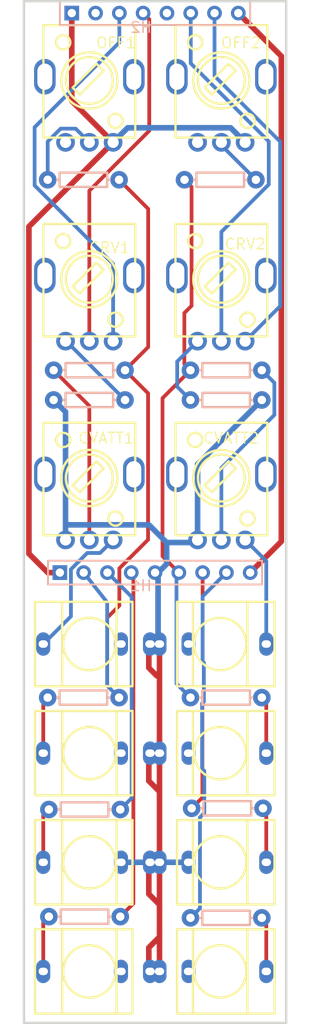
<source format=kicad_pcb>
(kicad_pcb (version 20171130) (host pcbnew "(5.1.5)-3") (page "A4") (layers (0 "F.Cu" signal) (31 "B.Cu" signal) (32 "B.Adhes" user) (33 "F.Adhes" user) (34 "B.Paste" user) (35 "F.Paste" user) (36 "B.SilkS" user) (37 "F.SilkS" user) (38 "B.Mask" user) (39 "F.Mask" user) (40 "Dwgs.User" user) (41 "Cmts.User" user) (42 "Eco1.User" user) (43 "Eco2.User" user) (44 "Edge.Cuts" user) (45 "Margin" user) (46 "B.CrtYd" user) (47 "F.CrtYd" user) (48 "B.Fab" user hide) (49 "F.Fab" user hide)) (net 0 "") (net 1 "+12V") (net 2 "-12V") (net 3 "CRV1_1") (net 4 "CRV1_4") (net 5 "CRV1_5") (net 6 "CRV2_4") (net 7 "CRV2_5") (net 8 "CVATT1_2") (net 9 "CVATT1_4") (net 10 "CVATT1_5") (net 11 "CVATT2_3") (net 12 "CVATT2_4") (net 13 "CVATT2_5") (net 14 "CVVCA1") (net 15 "CVVCA3") (net 16 "GND") (net 17 "INOA1") (net 18 "INOA3") (net 19 "IVCA1") (net 20 "IVCA2") (net 21 "IVCA3") (net 22 "IVCA4") (net 23 "J1_3") (net 24 "J2_3") (net 25 "J3_3") (net 26 "J5_3") (net 27 "J8_3") (net 28 "O1") (net 29 "O2") (net 30 "OFF1_2") (net 31 "OFF1_4") (net 32 "OFF1_5") (net 33 "OFF2_4") (net 34 "OFF2_5") (net 35 "OOA1") (net 36 "OOA3") (net 37 "R12_1") (net 38 "R13_1") (net 39 "R14_2") (net 40 "R17_2") (net 41 "R8_1") (segment (start 30.48 134.747) (end 23.622 141.605) (width 0.6) (layer "B.Cu") (net 16)) (segment (start 23.622 141.605) (end 23.622 149.677) (width 0.6) (layer "B.Cu") (net 16)) (segment (start 14.605 128.468) (end 14.605 120.241) (width 0.4) (layer "B.Cu") (net 35)) (segment (start 14.605 120.241) (end 6.224 111.86) (width 0.4) (layer "B.Cu") (net 35)) (segment (start 6.224 111.86) (end 6.224 105.652) (width 0.4) (layer "B.Cu") (net 35)) (segment (start 6.224 105.652) (end 15.27 96.607) (width 0.4) (layer "B.Cu") (net 35)) (segment (start 15.27 96.607) (end 15.27 93.472) (width 0.4) (layer "B.Cu") (net 35)) (segment (start 26.7 153.162) (end 24.155 155.707) (width 0.4) (layer "B.Cu") (net 29)) (segment (start 24.155 155.707) (end 24.155 162.637) (width 0.4) (layer "B.Cu") (net 29)) (segment (start 24.155 162.637) (end 24.29 162.772) (width 0.4) (layer "B.Cu") (net 29)) (segment (start 24.29 162.772) (end 24.29 166.922) (width 0.4) (layer "B.Cu") (net 29)) (segment (start 24.29 166.922) (end 24.105 167.107) (width 0.4) (layer "B.Cu") (net 29)) (segment (start 24.105 167.107) (end 24.105 174.101) (width 0.4) (layer "B.Cu") (net 29)) (segment (start 24.105 174.101) (end 24.34 174.336) (width 0.4) (layer "B.Cu") (net 29)) (segment (start 24.34 174.336) (end 24.34 178.81) (width 0.4) (layer "B.Cu") (net 29)) (segment (start 24.34 178.81) (end 23.877 179.273) (width 0.4) (layer "B.Cu") (net 29)) (segment (start 23.877 179.273) (end 23.877 188.974) (width 0.4) (layer "B.Cu") (net 29)) (segment (start 23.877 188.974) (end 22.86 189.992) (width 0.4) (layer "B.Cu") (net 29)) (segment (start 21.62 153.162) (end 21.369 153.413) (width 0.4) (layer "B.Cu") (net 18)) (segment (start 21.369 153.413) (end 21.369 165.006) (width 0.4) (layer "B.Cu") (net 18)) (segment (start 21.369 165.006) (end 22.86 166.497) (width 0.4) (layer "B.Cu") (net 18)) (segment (start 14 153.162) (end 16.578 155.74) (width 0.4) (layer "B.Cu") (net 20)) (segment (start 16.578 155.74) (end 16.578 177.224) (width 0.4) (layer "B.Cu") (net 20)) (segment (start 16.578 177.224) (end 15.367 178.435) (width 0.4) (layer "B.Cu") (net 20)) (segment (start 28.702 149.677) (end 30.955 151.93) (width 0.4) (layer "B.Cu") (net 11)) (segment (start 30.955 151.93) (end 30.955 160.782) (width 0.4) (layer "B.Cu") (net 11)) (segment (start 19.403 160.63) (end 19.555 160.782) (width 0.6) (layer "B.Cu") (net 16)) (segment (start 19.403 153.162) (end 19.403 160.63) (width 0.6) (layer "B.Cu") (net 16)) (segment (start 19.403 160.63) (end 18.697 160.63) (width 0.6) (layer "B.Cu") (net 16)) (segment (start 18.697 160.63) (end 18.545 160.782) (width 0.6) (layer "B.Cu") (net 16)) (segment (start 9.525 148.068) (end 9.525 149.677) (width 0.6) (layer "B.Cu") (net 16)) (segment (start 8.255 134.747) (end 9.525 136.017) (width 0.6) (layer "B.Cu") (net 16)) (segment (start 9.525 136.017) (end 9.525 148.068) (width 0.6) (layer "B.Cu") (net 16)) (segment (start 9.525 148.068) (end 18.435 148.068) (width 0.6) (layer "B.Cu") (net 16)) (segment (start 18.435 148.068) (end 20.321 149.954) (width 0.6) (layer "B.Cu") (net 16)) (segment (start 20.321 149.954) (end 23.345 149.954) (width 0.6) (layer "B.Cu") (net 16)) (segment (start 23.345 149.954) (end 23.622 149.677) (width 0.6) (layer "B.Cu") (net 16)) (segment (start 20.321 149.954) (end 20.321 152.244) (width 0.6) (layer "B.Cu") (net 16)) (segment (start 20.321 152.244) (end 19.403 153.162) (width 0.6) (layer "B.Cu") (net 16)) (segment (start 19.08 153.162) (end 19.403 153.162) (width 0.6) (layer "B.Cu") (net 16)) (segment (start 18.545 184.066) (end 15.445 184.066) (width 0.6) (layer "B.Cu") (net 16)) (segment (start 19.555 184.066) (end 18.545 184.066) (width 0.6) (layer "B.Cu") (net 16)) (segment (start 19.555 172.423) (end 18.545 172.423) (width 0.6) (layer "B.Cu") (net 16)) (segment (start 22.655 184.066) (end 19.555 184.066) (width 0.6) (layer "B.Cu") (net 16)) (segment (start 19.555 195.707) (end 18.545 195.707) (width 0.6) (layer "B.Cu") (net 16)) (segment (start 14.605 149.677) (end 13.215 151.068) (width 0.4) (layer "B.Cu") (net 24)) (segment (start 13.215 151.068) (end 11.841 151.068) (width 0.4) (layer "B.Cu") (net 24)) (segment (start 11.841 151.068) (end 10.098 152.811) (width 0.4) (layer "B.Cu") (net 24)) (segment (start 10.098 152.811) (end 10.098 157.829) (width 0.4) (layer "B.Cu") (net 24)) (segment (start 10.098 157.829) (end 7.145 160.782) (width 0.4) (layer "B.Cu") (net 24)) (segment (start 28.702 107.259) (end 27.15 105.707) (width 0.6) (layer "B.Cu") (net 1)) (segment (start 27.15 105.707) (end 16.157 105.707) (width 0.6) (layer "B.Cu") (net 1)) (segment (start 16.157 105.707) (end 14.605 107.259) (width 0.6) (layer "B.Cu") (net 1)) (segment (start 7.62 111.252) (end 7.62 107.179) (width 0.4) (layer "B.Cu") (net 30)) (segment (start 7.62 107.179) (end 8.999 105.8) (width 0.4) (layer "B.Cu") (net 30)) (segment (start 8.999 105.8) (end 10.606 105.8) (width 0.4) (layer "B.Cu") (net 30)) (segment (start 10.606 105.8) (end 12.065 107.259) (width 0.4) (layer "B.Cu") (net 30)) (segment (start 25.43 93.472) (end 25.43 100.178) (width 0.4) (layer "B.Cu") (net 36)) (segment (start 25.43 100.178) (end 32.434 107.182) (width 0.4) (layer "B.Cu") (net 36)) (segment (start 32.434 107.182) (end 32.434 124.736) (width 0.4) (layer "B.Cu") (net 36)) (segment (start 32.434 124.736) (end 28.702 128.468) (width 0.4) (layer "B.Cu") (net 36)) (segment (start 26.162 128.468) (end 26.162 116.813) (width 0.4) (layer "B.Cu") (net 15)) (segment (start 26.162 116.813) (end 31.221 111.754) (width 0.4) (layer "B.Cu") (net 15)) (segment (start 31.221 111.754) (end 31.221 107.166) (width 0.4) (layer "B.Cu") (net 15)) (segment (start 31.221 107.166) (end 22.89 98.835) (width 0.4) (layer "B.Cu") (net 15)) (segment (start 22.89 98.835) (end 22.89 93.472) (width 0.4) (layer "B.Cu") (net 15)) (segment (start 22.86 134.747) (end 21.446 133.333) (width 0.4) (layer "B.Cu") (net 39)) (segment (start 21.446 133.333) (end 21.446 130.644) (width 0.4) (layer "B.Cu") (net 39)) (segment (start 21.446 130.644) (end 23.622 128.468) (width 0.4) (layer "B.Cu") (net 39)) (segment (start 15.875 134.747) (end 9.596 128.468) (width 0.4) (layer "B.Cu") (net 3)) (segment (start 9.596 128.468) (end 9.525 128.468) (width 0.4) (layer "B.Cu") (net 3)) (segment (start 30.48 131.572) (end 31.819 132.911) (width 0.4) (layer "B.Cu") (net 37)) (segment (start 31.819 132.911) (end 31.819 136.341) (width 0.4) (layer "B.Cu") (net 37)) (segment (start 31.819 136.341) (end 26.162 141.998) (width 0.4) (layer "B.Cu") (net 37)) (segment (start 26.162 141.998) (end 26.162 149.677) (width 0.4) (layer "B.Cu") (net 37)) (segment (start 29.845 111.252) (end 26.162 107.569) (width 0.4) (layer "B.Cu") (net 38)) (segment (start 26.162 107.569) (end 26.162 107.259) (width 0.4) (layer "B.Cu") (net 38)) (segment (start 11.46 153.162) (end 13.97 156.337) (width 0.4) (layer "B.Cu") (net 17)) (segment (start 13.97 156.337) (end 13.97 165.227) (width 0.4) (layer "B.Cu") (net 17)) (segment (start 13.97 165.227) (end 15.24 166.497) (width 0.4) (layer "B.Cu") (net 17)) (gr_line (start 5.08 92.202) (end 33.08 92.202) (width 0.254) (layer "Edge.Cuts")) (gr_line (start 33.08 92.202) (end 33.08 201.202) (width 0.254) (layer "Edge.Cuts")) (gr_line (start 33.08 201.202) (end 5.08 201.202) (width 0.254) (layer "Edge.Cuts")) (gr_line (start 5.08 201.202) (end 5.08 92.202) (width 0.254) (layer "Edge.Cuts")) (segment (start 27.97 93.472) (end 32.564 98.066) (width 0.6) (layer "F.Cu") (net 2)) (segment (start 32.564 98.066) (end 32.564 149.838) (width 0.6) (layer "F.Cu") (net 2)) (segment (start 32.564 149.838) (end 29.24 153.162) (width 0.6) (layer "F.Cu") (net 2)) (segment (start 22.86 131.572) (end 19.877 134.555) (width 0.4) (layer "F.Cu") (net 18)) (segment (start 19.877 134.555) (end 19.877 151.419) (width 0.4) (layer "F.Cu") (net 18)) (segment (start 19.877 151.419) (end 21.62 153.162) (width 0.4) (layer "F.Cu") (net 18)) (segment (start 22.225 111.252) (end 22.979 112.006) (width 0.4) (layer "F.Cu") (net 18)) (segment (start 22.979 112.006) (end 22.979 124.697) (width 0.4) (layer "F.Cu") (net 18)) (segment (start 22.979 124.697) (end 22.21 125.466) (width 0.4) (layer "F.Cu") (net 18)) (segment (start 22.21 125.466) (end 22.21 130.922) (width 0.4) (layer "F.Cu") (net 18)) (segment (start 22.21 130.922) (end 22.86 131.572) (width 0.4) (layer "F.Cu") (net 18)) (segment (start 15.24 111.252) (end 18.347 114.359) (width 0.4) (layer "F.Cu") (net 17)) (segment (start 18.347 114.359) (end 18.347 129.1) (width 0.4) (layer "F.Cu") (net 17)) (segment (start 18.347 129.1) (end 15.875 131.572) (width 0.4) (layer "F.Cu") (net 17)) (segment (start 19.555 172.423) (end 19.555 160.782) (width 0.6) (layer "F.Cu") (net 16)) (segment (start 19.555 184.066) (end 19.555 172.423) (width 0.6) (layer "F.Cu") (net 16)) (segment (start 19.555 195.707) (end 19.555 184.066) (width 0.6) (layer "F.Cu") (net 16)) (segment (start 7.632 153.162) (end 5.613 151.143) (width 0.6) (layer "F.Cu") (net 1)) (segment (start 5.613 151.143) (end 5.613 116.251) (width 0.6) (layer "F.Cu") (net 1)) (segment (start 5.613 116.251) (end 14.605 107.259) (width 0.6) (layer "F.Cu") (net 1)) (segment (start 8.92 153.162) (end 7.632 153.162) (width 0.6) (layer "F.Cu") (net 1)) (segment (start 10.19 93.472) (end 10.19 102.844) (width 0.6) (layer "F.Cu") (net 1)) (segment (start 10.19 102.844) (end 14.605 107.259) (width 0.6) (layer "F.Cu") (net 1)) (segment (start 12.065 128.468) (end 12.065 112.421) (width 0.4) (layer "F.Cu") (net 14)) (segment (start 12.065 112.421) (end 18.462 106.024) (width 0.4) (layer "F.Cu") (net 14)) (segment (start 18.462 106.024) (end 18.462 94.124) (width 0.4) (layer "F.Cu") (net 14)) (segment (start 18.462 94.124) (end 17.81 93.472) (width 0.4) (layer "F.Cu") (net 14)) (segment (start 24.16 153.162) (end 24.16 162.642) (width 0.4) (layer "F.Cu") (net 22)) (segment (start 24.16 162.642) (end 24.29 162.772) (width 0.4) (layer "F.Cu") (net 22)) (segment (start 24.29 162.772) (end 24.29 166.922) (width 0.4) (layer "F.Cu") (net 22)) (segment (start 24.29 166.922) (end 24.135 167.076) (width 0.4) (layer "F.Cu") (net 22)) (segment (start 24.135 167.076) (end 24.135 177.16) (width 0.4) (layer "F.Cu") (net 22)) (segment (start 24.135 177.16) (end 22.987 178.308) (width 0.4) (layer "F.Cu") (net 22)) (segment (start 16.54 153.162) (end 16.768 153.39) (width 0.4) (layer "F.Cu") (net 28)) (segment (start 16.768 153.39) (end 16.768 188.465) (width 0.4) (layer "F.Cu") (net 28)) (segment (start 16.768 188.465) (end 15.367 189.865) (width 0.4) (layer "F.Cu") (net 28)) (segment (start 30.48 189.992) (end 30.955 190.467) (width 0.4) (layer "F.Cu") (net 27)) (segment (start 30.955 190.467) (end 30.955 195.707) (width 0.4) (layer "F.Cu") (net 27)) (segment (start 30.607 178.308) (end 30.955 178.656) (width 0.4) (layer "F.Cu") (net 40)) (segment (start 30.955 178.656) (end 30.955 184.066) (width 0.4) (layer "F.Cu") (net 40)) (segment (start 30.48 166.497) (end 30.955 166.972) (width 0.4) (layer "F.Cu") (net 26)) (segment (start 30.955 166.972) (end 30.955 172.423) (width 0.4) (layer "F.Cu") (net 26)) (segment (start 7.747 189.865) (end 7.145 190.467) (width 0.4) (layer "F.Cu") (net 41)) (segment (start 7.145 190.467) (end 7.145 195.707) (width 0.4) (layer "F.Cu") (net 41)) (segment (start 7.747 178.435) (end 7.145 179.037) (width 0.4) (layer "F.Cu") (net 25)) (segment (start 7.145 179.037) (end 7.145 184.066) (width 0.4) (layer "F.Cu") (net 25)) (segment (start 7.62 166.497) (end 7.145 166.972) (width 0.4) (layer "F.Cu") (net 23)) (segment (start 7.145 166.972) (end 7.145 172.423) (width 0.4) (layer "F.Cu") (net 23)) (segment (start 8.255 131.572) (end 12.065 135.382) (width 0.4) (layer "F.Cu") (net 8)) (segment (start 12.065 135.382) (end 12.065 149.677) (width 0.4) (layer "F.Cu") (net 8)) (segment (start 19.555 164.177) (end 19.27 164.177) (width 0.6) (layer "F.Cu") (net 16)) (segment (start 19.27 164.177) (end 18.415 163.322) (width 0.6) (layer "F.Cu") (net 16)) (segment (start 18.415 163.322) (end 18.415 160.912) (width 0.6) (layer "F.Cu") (net 16)) (segment (start 18.415 160.912) (end 18.545 160.782) (width 0.6) (layer "F.Cu") (net 16)) (segment (start 19.555 176.678) (end 19.555 176.527) (width 0.6) (layer "F.Cu") (net 16)) (segment (start 19.555 176.527) (end 18.415 175.387) (width 0.6) (layer "F.Cu") (net 16)) (segment (start 18.415 175.387) (end 18.415 172.553) (width 0.6) (layer "F.Cu") (net 16)) (segment (start 18.415 172.553) (end 18.545 172.423) (width 0.6) (layer "F.Cu") (net 16)) (segment (start 19.555 188.887) (end 19.555 188.592) (width 0.6) (layer "F.Cu") (net 16)) (segment (start 19.555 188.592) (end 18.415 187.452) (width 0.6) (layer "F.Cu") (net 16)) (segment (start 18.415 187.452) (end 18.415 184.196) (width 0.6) (layer "F.Cu") (net 16)) (segment (start 18.415 184.196) (end 18.545 184.066) (width 0.6) (layer "F.Cu") (net 16)) (segment (start 19.555 191.654) (end 19.555 192.027) (width 0.6) (layer "F.Cu") (net 16)) (segment (start 19.555 192.027) (end 18.415 193.167) (width 0.6) (layer "F.Cu") (net 16)) (segment (start 18.415 193.167) (end 18.415 195.577) (width 0.6) (layer "F.Cu") (net 16)) (segment (start 18.415 195.577) (end 18.545 195.707) (width 0.6) (layer "F.Cu") (net 16)) (segment (start 15.24 166.497) (end 13.97 165.227) (width 0.4) (layer "F.Cu") (net 17)) (segment (start 13.97 165.227) (end 13.97 157.98) (width 0.4) (layer "F.Cu") (net 17)) (segment (start 13.97 157.98) (end 15.27 156.68) (width 0.4) (layer "F.Cu") (net 17)) (segment (start 15.27 156.68) (end 15.27 152.712) (width 0.4) (layer "F.Cu") (net 17)) (segment (start 15.27 152.712) (end 18.336 149.647) (width 0.4) (layer "F.Cu") (net 17)) (segment (start 18.336 149.647) (end 18.336 134.033) (width 0.4) (layer "F.Cu") (net 17)) (segment (start 18.336 134.033) (end 15.875 131.572) (width 0.4) (layer "F.Cu") (net 17)) (module "easyeda:R09-5KΩ" (layer "F.Cu") (at 12.065 124.968) (fp_text value "10K" (at -3.81 1.524 0) (layer "F.Fab") (effects (font (size 1.143 1.143) (thickness 0.152)) (justify left))) (fp_text reference "CRV1" (at -0.127 -6.477 0) (layer "F.SilkS") (effects (font (size 1.143 1.143) (thickness 0.152)) (justify left))) (fp_line (start -4.9 -9) (end 4.9 -9) (width 0.254) (layer "F.SilkS")) (fp_line (start 4.9 -9) (end 4.9 3) (width 0.254) (layer "F.SilkS")) (fp_line (start -4.9 -9) (end -4.9 3) (width 0.254) (layer "F.SilkS")) (fp_line (start -4.9 3) (end 4.9 3) (width 0.254) (layer "F.SilkS")) (fp_line (start 0.762 -4.882) (end -1.778 -2.342) (width 0.254) (layer "F.SilkS")) (fp_line (start -1.778 -2.342) (end -1.016 -1.58) (width 0.254) (layer "F.SilkS")) (fp_line (start -1.016 -1.58) (end 1.524 -4.12) (width 0.254) (layer "F.SilkS")) (fp_line (start 1.524 -4.12) (end 0.762 -4.882) (width 0.254) (layer "F.SilkS")) (fp_circle (center -2.794 -7.168) (end -2.032 -7.168) (layer "F.SilkS") (width 0.254)) (fp_circle (center 2.794 1.214) (end 3.556 1.214) (layer "F.SilkS") (width 0.254)) (fp_circle (center 0 -3.104) (end 3 -3.104) (layer "F.SilkS") (width 0.254)) (fp_circle (center 0 -3.104) (end 2.5 -3.104) (layer "F.SilkS") (width 0.254)) (pad 1 thru_hole circle (at -2.54 3.5 0) (size 2 2) (layers "*.Cu" "*.Paste" "*.Mask") (drill 1.2) (net 3 "CRV1_1")) (pad 2 thru_hole circle (at 0 3.5 0) (size 2 2) (layers "*.Cu" "*.Paste" "*.Mask") (drill 1.2) (net 14 "CVVCA1")) (pad 3 thru_hole circle (at 2.54 3.5 0) (size 2 2) (layers "*.Cu" "*.Paste" "*.Mask") (drill 1.2) (net 35 "OOA1")) (pad 4 thru_hole oval (at 4.75 -3.5 0) (size 2.3 3.8) (layers "*.Cu" "*.Paste" "*.Mask") (drill oval 1.6 2.8) (net 4 "CRV1_4")) (pad 5 thru_hole oval (at -4.75 -3.5 0) (size 2.3 3.8) (layers "*.Cu" "*.Paste" "*.Mask") (drill oval 1.6 2.8) (net 5 "CRV1_5")) (fp_text user gge25c16143b77f5ead (at 0 0) (layer "Cmts.User") (effects (font (size 1 1) (thickness 0.15))))) (module "easyeda:R09-5KΩ" (layer "F.Cu") (at 26.162 124.968) (fp_text value "10K" (at -3.302 1.524 0) (layer "F.Fab") (effects (font (size 1.143 1.143) (thickness 0.152)) (justify left))) (fp_text reference "CRV2" (at 0.254 -6.858 0) (layer "F.SilkS") (effects (font (size 1.143 1.143) (thickness 0.152)) (justify left))) (fp_line (start -4.9 -9) (end 4.9 -9) (width 0.254) (layer "F.SilkS")) (fp_line (start 4.9 -9) (end 4.9 3) (width 0.254) (layer "F.SilkS")) (fp_line (start -4.9 -9) (end -4.9 3) (width 0.254) (layer "F.SilkS")) (fp_line (start -4.9 3) (end 4.9 3) (width 0.254) (layer "F.SilkS")) (fp_line (start 0.762 -4.882) (end -1.778 -2.342) (width 0.254) (layer "F.SilkS")) (fp_line (start -1.778 -2.342) (end -1.016 -1.58) (width 0.254) (layer "F.SilkS")) (fp_line (start -1.016 -1.58) (end 1.524 -4.12) (width 0.254) (layer "F.SilkS")) (fp_line (start 1.524 -4.12) (end 0.762 -4.882) (width 0.254) (layer "F.SilkS")) (fp_circle (center -2.794 -7.168) (end -2.032 -7.168) (layer "F.SilkS") (width 0.254)) (fp_circle (center 2.794 1.214) (end 3.556 1.214) (layer "F.SilkS") (width 0.254)) (fp_circle (center 0 -3.104) (end 3 -3.104) (layer "F.SilkS") (width 0.254)) (fp_circle (center 0 -3.104) (end 2.5 -3.104) (layer "F.SilkS") (width 0.254)) (pad 1 thru_hole circle (at -2.54 3.5 0) (size 2 2) (layers "*.Cu" "*.Paste" "*.Mask") (drill 1.2) (net 39 "R14_2")) (pad 2 thru_hole circle (at 0 3.5 0) (size 2 2) (layers "*.Cu" "*.Paste" "*.Mask") (drill 1.2) (net 15 "CVVCA3")) (pad 3 thru_hole circle (at 2.54 3.5 0) (size 2 2) (layers "*.Cu" "*.Paste" "*.Mask") (drill 1.2) (net 36 "OOA3")) (pad 4 thru_hole oval (at 4.75 -3.5 0) (size 2.3 3.8) (layers "*.Cu" "*.Paste" "*.Mask") (drill oval 1.6 2.8) (net 6 "CRV2_4")) (pad 5 thru_hole oval (at -4.75 -3.5 0) (size 2.3 3.8) (layers "*.Cu" "*.Paste" "*.Mask") (drill oval 1.6 2.8) (net 7 "CRV2_5")) (fp_text user gge1162edcb0c472107 (at 0 0) (layer "Cmts.User") (effects (font (size 1 1) (thickness 0.15))))) (module "easyeda:R09-5KΩ" (layer "F.Cu") (at 12.065 103.759) (fp_text value "50k" (at -3.81 1.778 0) (layer "F.Fab") (effects (font (size 1.143 1.143) (thickness 0.152)) (justify left))) (fp_text reference "OFF1" (at 0.635 -7.112 0) (layer "F.SilkS") (effects (font (size 1.143 1.143) (thickness 0.152)) (justify left))) (fp_line (start -4.9 -9) (end 4.9 -9) (width 0.254) (layer "F.SilkS")) (fp_line (start 4.9 -9) (end 4.9 3) (width 0.254) (layer "F.SilkS")) (fp_line (start -4.9 -9) (end -4.9 3) (width 0.254) (layer "F.SilkS")) (fp_line (start -4.9 3) (end 4.9 3) (width 0.254) (layer "F.SilkS")) (fp_line (start 0.762 -4.882) (end -1.778 -2.342) (width 0.254) (layer "F.SilkS")) (fp_line (start -1.778 -2.342) (end -1.016 -1.58) (width 0.254) (layer "F.SilkS")) (fp_line (start -1.016 -1.58) (end 1.524 -4.12) (width 0.254) (layer "F.SilkS")) (fp_line (start 1.524 -4.12) (end 0.762 -4.882) (width 0.254) (layer "F.SilkS")) (fp_circle (center -2.794 -7.168) (end -2.032 -7.168) (layer "F.SilkS") (width 0.254)) (fp_circle (center 2.794 1.214) (end 3.556 1.214) (layer "F.SilkS") (width 0.254)) (fp_circle (center 0 -3.104) (end 3 -3.104) (layer "F.SilkS") (width 0.254)) (fp_circle (center 0 -3.104) (end 2.5 -3.104) (layer "F.SilkS") (width 0.254)) (pad 1 thru_hole circle (at -2.54 3.5 0) (size 2 2) (layers "*.Cu" "*.Paste" "*.Mask") (drill 1.2)) (pad 2 thru_hole circle (at 0 3.5 0) (size 2 2) (layers "*.Cu" "*.Paste" "*.Mask") (drill 1.2) (net 30 "OFF1_2")) (pad 3 thru_hole circle (at 2.54 3.5 0) (size 2 2) (layers "*.Cu" "*.Paste" "*.Mask") (drill 1.2) (net 1 "+12V")) (pad 4 thru_hole oval (at 4.75 -3.5 0) (size 2.3 3.8) (layers "*.Cu" "*.Paste" "*.Mask") (drill oval 1.6 2.8) (net 31 "OFF1_4")) (pad 5 thru_hole oval (at -4.75 -3.5 0) (size 2.3 3.8) (layers "*.Cu" "*.Paste" "*.Mask") (drill oval 1.6 2.8) (net 32 "OFF1_5")) (fp_text user gge0fac2bffe87170d3 (at 0 0) (layer "Cmts.User") (effects (font (size 1 1) (thickness 0.15))))) (module "easyeda:R09-5KΩ" (layer "F.Cu") (at 26.162 103.759) (fp_text value "50k" (at -3.937 1.778 0) (layer "F.Fab") (effects (font (size 1.143 1.143) (thickness 0.152)) (justify left))) (fp_text reference "OFF2" (at -0.127 -7.112 0) (layer "F.SilkS") (effects (font (size 1.143 1.143) (thickness 0.152)) (justify left))) (fp_line (start -4.9 -9) (end 4.9 -9) (width 0.254) (layer "F.SilkS")) (fp_line (start 4.9 -9) (end 4.9 3) (width 0.254) (layer "F.SilkS")) (fp_line (start -4.9 -9) (end -4.9 3) (width 0.254) (layer "F.SilkS")) (fp_line (start -4.9 3) (end 4.9 3) (width 0.254) (layer "F.SilkS")) (fp_line (start 0.762 -4.882) (end -1.778 -2.342) (width 0.254) (layer "F.SilkS")) (fp_line (start -1.778 -2.342) (end -1.016 -1.58) (width 0.254) (layer "F.SilkS")) (fp_line (start -1.016 -1.58) (end 1.524 -4.12) (width 0.254) (layer "F.SilkS")) (fp_line (start 1.524 -4.12) (end 0.762 -4.882) (width 0.254) (layer "F.SilkS")) (fp_circle (center -2.794 -7.168) (end -2.032 -7.168) (layer "F.SilkS") (width 0.254)) (fp_circle (center 2.794 1.214) (end 3.556 1.214) (layer "F.SilkS") (width 0.254)) (fp_circle (center 0 -3.104) (end 3 -3.104) (layer "F.SilkS") (width 0.254)) (fp_circle (center 0 -3.104) (end 2.5 -3.104) (layer "F.SilkS") (width 0.254)) (pad 1 thru_hole circle (at -2.54 3.5 0) (size 2 2) (layers "*.Cu" "*.Paste" "*.Mask") (drill 1.2)) (pad 2 thru_hole circle (at 0 3.5 0) (size 2 2) (layers "*.Cu" "*.Paste" "*.Mask") (drill 1.2) (net 38 "R13_1")) (pad 3 thru_hole circle (at 2.54 3.5 0) (size 2 2) (layers "*.Cu" "*.Paste" "*.Mask") (drill 1.2) (net 1 "+12V")) (pad 4 thru_hole oval (at 4.75 -3.5 0) (size 2.3 3.8) (layers "*.Cu" "*.Paste" "*.Mask") (drill oval 1.6 2.8) (net 33 "OFF2_4")) (pad 5 thru_hole oval (at -4.75 -3.5 0) (size 2.3 3.8) (layers "*.Cu" "*.Paste" "*.Mask") (drill oval 1.6 2.8) (net 34 "OFF2_5")) (fp_text user gge94b80f7020ee5b87 (at 0 0) (layer "Cmts.User") (effects (font (size 1 1) (thickness 0.15))))) (module "easyeda:THONKICONN_1" (layer "F.Cu") (at 12.065 160.782 90) (fp_text value "CV1" (at 1.778 -3.683 90) (layer "F.Fab") (effects (font (size 0.9 0.9) (thickness 0.152)) (justify left))) (fp_text reference "J2" (at 0 -6.35 90) (layer "F.SilkS") hide (effects (font (size 1.143 1.143) (thickness 0.152)) (justify left))) (fp_arc (start 0 0) (end -2.794 0) (angle 180) (width 0.254) (layer "F.SilkS")) (fp_arc (start 0 0) (end 2.794 0) (angle 180) (width 0.254) (layer "F.SilkS")) (fp_line (start -4.5 -5.805) (end 4.5 -5.805) (width 0.254) (layer "F.SilkS")) (fp_line (start 4.5 -5.805) (end 4.5 2.905) (width 0.254) (layer "F.SilkS")) (fp_line (start 4.5 2.905) (end -4.5 2.905) (width 0.254) (layer "F.SilkS")) (fp_line (start -4.5 2.905) (end -4.5 -5.805) (width 0.254) (layer "F.SilkS")) (fp_line (start -4.5 -2.905) (end 4.5 -2.905) (width 0.254) (layer "F.SilkS")) (fp_line (start 4.5 -2.905) (end 4.5 4.605) (width 0.254) (layer "F.SilkS")) (fp_line (start 4.5 4.605) (end -4.5 4.605) (width 0.254) (layer "F.SilkS")) (fp_line (start -4.5 4.605) (end -4.5 -2.905) (width 0.254) (layer "F.SilkS")) (pad "" np_thru_hole circle (at 0 0) (size 3 3) (drill 3) (layers "*.Cu" "*.Mask")) (pad 3 thru_hole oval (at 0 -4.92 90) (size 2.5 1.5) (layers "*.Cu" "*.Paste" "*.Mask") (drill oval 0.8 1) (net 24 "J2_3")) (pad 2 thru_hole oval (at 0 3.38 90) (size 2.5 1.5) (layers "*.Cu" "*.Paste" "*.Mask") (drill oval 0.8 1)) (pad 1 thru_hole oval (at 0 6.48 90) (size 2.5 1.5) (layers "*.Cu" "*.Paste" "*.Mask") (drill oval 0.8 1) (net 16 "GND")) (fp_text user gge1f37b4db534f49e7 (at 0 0) (layer "Cmts.User") (effects (font (size 1 1) (thickness 0.15))))) (module "easyeda:THONKICONN_1" (layer "F.Cu") (at 26.035 160.782 -90) (fp_text value "CV2" (at -1.524 -4.445 90) (layer "F.Fab") (effects (font (size 0.9 0.9) (thickness 0.152)) (justify left))) (fp_text reference "J6" (at 0 -6.35 -90) (layer "F.SilkS") hide (effects (font (size 1.143 1.143) (thickness 0.152)) (justify left))) (fp_arc (start 0 0) (end -2.794 0) (angle 180) (width 0.254) (layer "F.SilkS")) (fp_arc (start 0 0) (end 2.794 0) (angle 180) (width 0.254) (layer "F.SilkS")) (fp_line (start -4.5 -5.805) (end 4.5 -5.805) (width 0.254) (layer "F.SilkS")) (fp_line (start 4.5 -5.805) (end 4.5 2.905) (width 0.254) (layer "F.SilkS")) (fp_line (start 4.5 2.905) (end -4.5 2.905) (width 0.254) (layer "F.SilkS")) (fp_line (start -4.5 2.905) (end -4.5 -5.805) (width 0.254) (layer "F.SilkS")) (fp_line (start -4.5 -2.905) (end 4.5 -2.905) (width 0.254) (layer "F.SilkS")) (fp_line (start 4.5 -2.905) (end 4.5 4.605) (width 0.254) (layer "F.SilkS")) (fp_line (start 4.5 4.605) (end -4.5 4.605) (width 0.254) (layer "F.SilkS")) (fp_line (start -4.5 4.605) (end -4.5 -2.905) (width 0.254) (layer "F.SilkS")) (pad "" np_thru_hole circle (at 0 0) (size 3 3) (drill 3) (layers "*.Cu" "*.Mask")) (pad 3 thru_hole oval (at 0 -4.92 -90) (size 2.5 1.5) (layers "*.Cu" "*.Paste" "*.Mask") (drill oval 0.8 1) (net 11 "CVATT2_3")) (pad 2 thru_hole oval (at 0 3.38 -90) (size 2.5 1.5) (layers "*.Cu" "*.Paste" "*.Mask") (drill oval 0.8 1)) (pad 1 thru_hole oval (at 0 6.48 -90) (size 2.5 1.5) (layers "*.Cu" "*.Paste" "*.Mask") (drill oval 0.8 1) (net 16 "GND")) (fp_text user gge5fe257592c52dd80 (at 0 0) (layer "Cmts.User") (effects (font (size 1 1) (thickness 0.15))))) (module "easyeda:R09-5KΩ" (layer "F.Cu") (at 12.065 146.177) (fp_text value "10k" (at -4.445 1.905 0) (layer "F.Fab") (effects (font (size 1.143 1.143) (thickness 0.152)) (justify left))) (fp_text reference "CVATT1" (at -1.27 -7.366 0) (layer "F.SilkS") (effects (font (size 1.143 1.143) (thickness 0.152)) (justify left))) (fp_line (start -4.9 -9) (end 4.9 -9) (width 0.254) (layer "F.SilkS")) (fp_line (start 4.9 -9) (end 4.9 3) (width 0.254) (layer "F.SilkS")) (fp_line (start -4.9 -9) (end -4.9 3) (width 0.254) (layer "F.SilkS")) (fp_line (start -4.9 3) (end 4.9 3) (width 0.254) (layer "F.SilkS")) (fp_line (start 0.762 -4.882) (end -1.778 -2.342) (width 0.254) (layer "F.SilkS")) (fp_line (start -1.778 -2.342) (end -1.016 -1.58) (width 0.254) (layer "F.SilkS")) (fp_line (start -1.016 -1.58) (end 1.524 -4.12) (width 0.254) (layer "F.SilkS")) (fp_line (start 1.524 -4.12) (end 0.762 -4.882) (width 0.254) (layer "F.SilkS")) (fp_circle (center -2.794 -7.168) (end -2.032 -7.168) (layer "F.SilkS") (width 0.254)) (fp_circle (center 2.794 1.214) (end 3.556 1.214) (layer "F.SilkS") (width 0.254)) (fp_circle (center 0 -3.104) (end 3 -3.104) (layer "F.SilkS") (width 0.254)) (fp_circle (center 0 -3.104) (end 2.5 -3.104) (layer "F.SilkS") (width 0.254)) (pad 1 thru_hole circle (at -2.54 3.5 0) (size 2 2) (layers "*.Cu" "*.Paste" "*.Mask") (drill 1.2) (net 16 "GND")) (pad 2 thru_hole circle (at 0 3.5 0) (size 2 2) (layers "*.Cu" "*.Paste" "*.Mask") (drill 1.2) (net 8 "CVATT1_2")) (pad 3 thru_hole circle (at 2.54 3.5 0) (size 2 2) (layers "*.Cu" "*.Paste" "*.Mask") (drill 1.2) (net 24 "J2_3")) (pad 4 thru_hole oval (at 4.75 -3.5 0) (size 2.3 3.8) (layers "*.Cu" "*.Paste" "*.Mask") (drill oval 1.6 2.8) (net 9 "CVATT1_4")) (pad 5 thru_hole oval (at -4.75 -3.5 0) (size 2.3 3.8) (layers "*.Cu" "*.Paste" "*.Mask") (drill oval 1.6 2.8) (net 10 "CVATT1_5")) (fp_text user gged7d21b1df0212a37 (at 0 0) (layer "Cmts.User") (effects (font (size 1 1) (thickness 0.15))))) (module "easyeda:R09-5KΩ" (layer "F.Cu") (at 26.162 146.177) (fp_text value "10k" (at -3.302 1.905 0) (layer "F.Fab") (effects (font (size 1.143 1.143) (thickness 0.152)) (justify left))) (fp_text reference "CVATT2" (at -2.032 -7.366 0) (layer "F.SilkS") (effects (font (size 1.143 1.143) (thickness 0.152)) (justify left))) (fp_line (start -4.9 -9) (end 4.9 -9) (width 0.254) (layer "F.SilkS")) (fp_line (start 4.9 -9) (end 4.9 3) (width 0.254) (layer "F.SilkS")) (fp_line (start -4.9 -9) (end -4.9 3) (width 0.254) (layer "F.SilkS")) (fp_line (start -4.9 3) (end 4.9 3) (width 0.254) (layer "F.SilkS")) (fp_line (start 0.762 -4.882) (end -1.778 -2.342) (width 0.254) (layer "F.SilkS")) (fp_line (start -1.778 -2.342) (end -1.016 -1.58) (width 0.254) (layer "F.SilkS")) (fp_line (start -1.016 -1.58) (end 1.524 -4.12) (width 0.254) (layer "F.SilkS")) (fp_line (start 1.524 -4.12) (end 0.762 -4.882) (width 0.254) (layer "F.SilkS")) (fp_circle (center -2.794 -7.168) (end -2.032 -7.168) (layer "F.SilkS") (width 0.254)) (fp_circle (center 2.794 1.214) (end 3.556 1.214) (layer "F.SilkS") (width 0.254)) (fp_circle (center 0 -3.104) (end 3 -3.104) (layer "F.SilkS") (width 0.254)) (fp_circle (center 0 -3.104) (end 2.5 -3.104) (layer "F.SilkS") (width 0.254)) (pad 1 thru_hole circle (at -2.54 3.5 0) (size 2 2) (layers "*.Cu" "*.Paste" "*.Mask") (drill 1.2) (net 16 "GND")) (pad 2 thru_hole circle (at 0 3.5 0) (size 2 2) (layers "*.Cu" "*.Paste" "*.Mask") (drill 1.2) (net 37 "R12_1")) (pad 3 thru_hole circle (at 2.54 3.5 0) (size 2 2) (layers "*.Cu" "*.Paste" "*.Mask") (drill 1.2) (net 11 "CVATT2_3")) (pad 4 thru_hole oval (at 4.75 -3.5 0) (size 2.3 3.8) (layers "*.Cu" "*.Paste" "*.Mask") (drill oval 1.6 2.8) (net 12 "CVATT2_4")) (pad 5 thru_hole oval (at -4.75 -3.5 0) (size 2.3 3.8) (layers "*.Cu" "*.Paste" "*.Mask") (drill oval 1.6 2.8) (net 13 "CVATT2_5")) (fp_text user ggee62c25d0dab13113 (at 0 0) (layer "Cmts.User") (effects (font (size 1 1) (thickness 0.15))))) (module "easyeda:THONKICONN_1" (layer "F.Cu") (at 12.065 172.423 90) (fp_text value "CV1B" (at 1.227 -3.302 90) (layer "F.Fab") (effects (font (size 0.9 0.9) (thickness 0.152)) (justify left))) (fp_text reference "J1" (at -0.001 -6.35 90) (layer "F.SilkS") hide (effects (font (size 1.143 1.143) (thickness 0.152)) (justify left))) (fp_arc (start 0 0) (end -2.794 0) (angle 180) (width 0.254) (layer "F.SilkS")) (fp_arc (start 0 0) (end 2.794 0) (angle 180) (width 0.254) (layer "F.SilkS")) (fp_line (start -4.5 -5.805) (end 4.5 -5.805) (width 0.254) (layer "F.SilkS")) (fp_line (start 4.5 -5.805) (end 4.5 2.905) (width 0.254) (layer "F.SilkS")) (fp_line (start 4.5 2.905) (end -4.5 2.905) (width 0.254) (layer "F.SilkS")) (fp_line (start -4.5 2.905) (end -4.5 -5.805) (width 0.254) (layer "F.SilkS")) (fp_line (start -4.5 -2.905) (end 4.5 -2.905) (width 0.254) (layer "F.SilkS")) (fp_line (start 4.5 -2.905) (end 4.5 4.605) (width 0.254) (layer "F.SilkS")) (fp_line (start 4.5 4.605) (end -4.5 4.605) (width 0.254) (layer "F.SilkS")) (fp_line (start -4.5 4.605) (end -4.5 -2.905) (width 0.254) (layer "F.SilkS")) (pad "" np_thru_hole circle (at 0 0) (size 3 3) (drill 3) (layers "*.Cu" "*.Mask")) (pad 3 thru_hole oval (at 0 -4.92 90) (size 2.5 1.5) (layers "*.Cu" "*.Paste" "*.Mask") (drill oval 0.8 1) (net 23 "J1_3")) (pad 2 thru_hole oval (at 0 3.38 90) (size 2.5 1.5) (layers "*.Cu" "*.Paste" "*.Mask") (drill oval 0.8 1)) (pad 1 thru_hole oval (at 0 6.48 90) (size 2.5 1.5) (layers "*.Cu" "*.Paste" "*.Mask") (drill oval 0.8 1) (net 16 "GND")) (fp_text user ggeec7aea14bfa262ce (at 0 0) (layer "Cmts.User") (effects (font (size 1 1) (thickness 0.15))))) (module "easyeda:THONKICONN_1" (layer "F.Cu") (at 12.065 184.066 90) (fp_text value "IN1" (at 2.456 -3.683 90) (layer "F.Fab") (effects (font (size 0.9 0.9) (thickness 0.152)) (justify left))) (fp_text reference "J3" (at 0.001 -6.35 90) (layer "F.SilkS") hide (effects (font (size 1.143 1.143) (thickness 0.152)) (justify left))) (fp_arc (start 0 0) (end -2.794 0) (angle 180) (width 0.254) (layer "F.SilkS")) (fp_arc (start 0 0) (end 2.794 0) (angle 180) (width 0.254) (layer "F.SilkS")) (fp_line (start -4.5 -5.805) (end 4.5 -5.805) (width 0.254) (layer "F.SilkS")) (fp_line (start 4.5 -5.805) (end 4.5 2.905) (width 0.254) (layer "F.SilkS")) (fp_line (start 4.5 2.905) (end -4.5 2.905) (width 0.254) (layer "F.SilkS")) (fp_line (start -4.5 2.905) (end -4.5 -5.805) (width 0.254) (layer "F.SilkS")) (fp_line (start -4.5 -2.905) (end 4.5 -2.905) (width 0.254) (layer "F.SilkS")) (fp_line (start 4.5 -2.905) (end 4.5 4.605) (width 0.254) (layer "F.SilkS")) (fp_line (start 4.5 4.605) (end -4.5 4.605) (width 0.254) (layer "F.SilkS")) (fp_line (start -4.5 4.605) (end -4.5 -2.905) (width 0.254) (layer "F.SilkS")) (pad "" np_thru_hole circle (at 0 0) (size 3 3) (drill 3) (layers "*.Cu" "*.Mask")) (pad 3 thru_hole oval (at 0 -4.92 90) (size 2.5 1.5) (layers "*.Cu" "*.Paste" "*.Mask") (drill oval 0.8 1) (net 25 "J3_3")) (pad 2 thru_hole oval (at 0 3.38 90) (size 2.5 1.5) (layers "*.Cu" "*.Paste" "*.Mask") (drill oval 0.8 1) (net 16 "GND")) (pad 1 thru_hole oval (at 0 6.48 90) (size 2.5 1.5) (layers "*.Cu" "*.Paste" "*.Mask") (drill oval 0.8 1) (net 16 "GND")) (fp_text user gged8e362c080ede51e (at 0 0) (layer "Cmts.User") (effects (font (size 1 1) (thickness 0.15))))) (module "easyeda:THONKICONN_1" (layer "F.Cu") (at 12.065 195.707 90) (fp_text value "OUT1" (at 1.143 -3.429 90) (layer "F.Fab") (effects (font (size 0.9 0.9) (thickness 0.152)) (justify left))) (fp_text reference "J4" (at 0 -6.35 90) (layer "F.SilkS") hide (effects (font (size 1.143 1.143) (thickness 0.152)) (justify left))) (fp_arc (start 0 0) (end -2.794 0) (angle 180) (width 0.254) (layer "F.SilkS")) (fp_arc (start 0 0) (end 2.794 0) (angle 180) (width 0.254) (layer "F.SilkS")) (fp_line (start -4.5 -5.805) (end 4.5 -5.805) (width 0.254) (layer "F.SilkS")) (fp_line (start 4.5 -5.805) (end 4.5 2.905) (width 0.254) (layer "F.SilkS")) (fp_line (start 4.5 2.905) (end -4.5 2.905) (width 0.254) (layer "F.SilkS")) (fp_line (start -4.5 2.905) (end -4.5 -5.805) (width 0.254) (layer "F.SilkS")) (fp_line (start -4.5 -2.905) (end 4.5 -2.905) (width 0.254) (layer "F.SilkS")) (fp_line (start 4.5 -2.905) (end 4.5 4.605) (width 0.254) (layer "F.SilkS")) (fp_line (start 4.5 4.605) (end -4.5 4.605) (width 0.254) (layer "F.SilkS")) (fp_line (start -4.5 4.605) (end -4.5 -2.905) (width 0.254) (layer "F.SilkS")) (pad "" np_thru_hole circle (at 0 0) (size 3 3) (drill 3) (layers "*.Cu" "*.Mask")) (pad 3 thru_hole oval (at 0 -4.92 90) (size 2.5 1.5) (layers "*.Cu" "*.Paste" "*.Mask") (drill oval 0.8 1) (net 41 "R8_1")) (pad 2 thru_hole oval (at 0 3.38 90) (size 2.5 1.5) (layers "*.Cu" "*.Paste" "*.Mask") (drill oval 0.8 1)) (pad 1 thru_hole oval (at 0 6.48 90) (size 2.5 1.5) (layers "*.Cu" "*.Paste" "*.Mask") (drill oval 0.8 1) (net 16 "GND")) (fp_text user gge1fefa1332a3e1932 (at 0 0) (layer "Cmts.User") (effects (font (size 1 1) (thickness 0.15))))) (module "easyeda:THONKICONN_1" (layer "F.Cu") (at 26.035 172.423 -90) (fp_text value "CV2B" (at -0.465 -4.191 90) (layer "F.Fab") (effects (font (size 0.9 0.9) (thickness 0.152)) (justify left))) (fp_text reference "J5" (at 0.001 -6.35 -90) (layer "F.SilkS") hide (effects (font (size 1.143 1.143) (thickness 0.152)) (justify left))) (fp_arc (start 0 0) (end -2.794 0) (angle 180) (width 0.254) (layer "F.SilkS")) (fp_arc (start 0 0) (end 2.794 0) (angle 180) (width 0.254) (layer "F.SilkS")) (fp_line (start -4.5 -5.805) (end 4.5 -5.805) (width 0.254) (layer "F.SilkS")) (fp_line (start 4.5 -5.805) (end 4.5 2.905) (width 0.254) (layer "F.SilkS")) (fp_line (start 4.5 2.905) (end -4.5 2.905) (width 0.254) (layer "F.SilkS")) (fp_line (start -4.5 2.905) (end -4.5 -5.805) (width 0.254) (layer "F.SilkS")) (fp_line (start -4.5 -2.905) (end 4.5 -2.905) (width 0.254) (layer "F.SilkS")) (fp_line (start 4.5 -2.905) (end 4.5 4.605) (width 0.254) (layer "F.SilkS")) (fp_line (start 4.5 4.605) (end -4.5 4.605) (width 0.254) (layer "F.SilkS")) (fp_line (start -4.5 4.605) (end -4.5 -2.905) (width 0.254) (layer "F.SilkS")) (pad "" np_thru_hole circle (at 0 0) (size 3 3) (drill 3) (layers "*.Cu" "*.Mask")) (pad 3 thru_hole oval (at 0 -4.92 -90) (size 2.5 1.5) (layers "*.Cu" "*.Paste" "*.Mask") (drill oval 0.8 1) (net 26 "J5_3")) (pad 2 thru_hole oval (at 0 3.38 -90) (size 2.5 1.5) (layers "*.Cu" "*.Paste" "*.Mask") (drill oval 0.8 1)) (pad 1 thru_hole oval (at 0 6.48 -90) (size 2.5 1.5) (layers "*.Cu" "*.Paste" "*.Mask") (drill oval 0.8 1) (net 16 "GND")) (fp_text user gge99e58d4c027e1844 (at 0 0) (layer "Cmts.User") (effects (font (size 1 1) (thickness 0.15))))) (module "easyeda:THONKICONN_1" (layer "F.Cu") (at 26.035 184.066 -90) (fp_text value "IN2" (at -2.202 -4.318 90) (layer "F.Fab") (effects (font (size 0.9 0.9) (thickness 0.152)) (justify left))) (fp_text reference "J7" (at -0.001 -6.35 -90) (layer "F.SilkS") hide (effects (font (size 1.143 1.143) (thickness 0.152)) (justify left))) (fp_arc (start 0 0) (end -2.794 0) (angle 180) (width 0.254) (layer "F.SilkS")) (fp_arc (start 0 0) (end 2.794 0) (angle 180) (width 0.254) (layer "F.SilkS")) (fp_line (start -4.5 -5.805) (end 4.5 -5.805) (width 0.254) (layer "F.SilkS")) (fp_line (start 4.5 -5.805) (end 4.5 2.905) (width 0.254) (layer "F.SilkS")) (fp_line (start 4.5 2.905) (end -4.5 2.905) (width 0.254) (layer "F.SilkS")) (fp_line (start -4.5 2.905) (end -4.5 -5.805) (width 0.254) (layer "F.SilkS")) (fp_line (start -4.5 -2.905) (end 4.5 -2.905) (width 0.254) (layer "F.SilkS")) (fp_line (start 4.5 -2.905) (end 4.5 4.605) (width 0.254) (layer "F.SilkS")) (fp_line (start 4.5 4.605) (end -4.5 4.605) (width 0.254) (layer "F.SilkS")) (fp_line (start -4.5 4.605) (end -4.5 -2.905) (width 0.254) (layer "F.SilkS")) (pad "" np_thru_hole circle (at 0 0) (size 3 3) (drill 3) (layers "*.Cu" "*.Mask")) (pad 3 thru_hole oval (at 0 -4.92 -90) (size 2.5 1.5) (layers "*.Cu" "*.Paste" "*.Mask") (drill oval 0.8 1) (net 40 "R17_2")) (pad 2 thru_hole oval (at 0 3.38 -90) (size 2.5 1.5) (layers "*.Cu" "*.Paste" "*.Mask") (drill oval 0.8 1) (net 16 "GND")) (pad 1 thru_hole oval (at 0 6.48 -90) (size 2.5 1.5) (layers "*.Cu" "*.Paste" "*.Mask") (drill oval 0.8 1) (net 16 "GND")) (fp_text user gge106378fff77b4ba4 (at 0 0) (layer "Cmts.User") (effects (font (size 1 1) (thickness 0.15))))) (module "easyeda:THONKICONN_1" (layer "F.Cu") (at 26.035 195.707 -90) (fp_text value "OUT2" (at -0.889 -4.318 90) (layer "F.Fab") (effects (font (size 0.9 0.9) (thickness 0.152)) (justify left))) (fp_text reference "J8" (at 0 -6.35 -90) (layer "F.SilkS") hide (effects (font (size 1.143 1.143) (thickness 0.152)) (justify left))) (fp_arc (start 0 0) (end -2.794 0) (angle 180) (width 0.254) (layer "F.SilkS")) (fp_arc (start 0 0) (end 2.794 0) (angle 180) (width 0.254) (layer "F.SilkS")) (fp_line (start -4.5 -5.805) (end 4.5 -5.805) (width 0.254) (layer "F.SilkS")) (fp_line (start 4.5 -5.805) (end 4.5 2.905) (width 0.254) (layer "F.SilkS")) (fp_line (start 4.5 2.905) (end -4.5 2.905) (width 0.254) (layer "F.SilkS")) (fp_line (start -4.5 2.905) (end -4.5 -5.805) (width 0.254) (layer "F.SilkS")) (fp_line (start -4.5 -2.905) (end 4.5 -2.905) (width 0.254) (layer "F.SilkS")) (fp_line (start 4.5 -2.905) (end 4.5 4.605) (width 0.254) (layer "F.SilkS")) (fp_line (start 4.5 4.605) (end -4.5 4.605) (width 0.254) (layer "F.SilkS")) (fp_line (start -4.5 4.605) (end -4.5 -2.905) (width 0.254) (layer "F.SilkS")) (pad "" np_thru_hole circle (at 0 0) (size 3 3) (drill 3) (layers "*.Cu" "*.Mask")) (pad 3 thru_hole oval (at 0 -4.92 -90) (size 2.5 1.5) (layers "*.Cu" "*.Paste" "*.Mask") (drill oval 0.8 1) (net 27 "J8_3")) (pad 2 thru_hole oval (at 0 3.38 -90) (size 2.5 1.5) (layers "*.Cu" "*.Paste" "*.Mask") (drill oval 0.8 1)) (pad 1 thru_hole oval (at 0 6.48 -90) (size 2.5 1.5) (layers "*.Cu" "*.Paste" "*.Mask") (drill oval 0.8 1) (net 16 "GND")) (fp_text user gge97860c121442246c (at 0 0) (layer "Cmts.User") (effects (font (size 1 1) (thickness 0.15))))) (module "easyeda:R_AXIAL-0.3" (layer "F.Cu") (at 11.557 178.435) (fp_text value "150k" (at 1.213 0.449 0) (layer "B.Fab") (effects (font (size 0.9 0.9) (thickness 0.152)) (justify left mirror))) (fp_text reference "R7" (at 1.016 0.381 0) (layer "B.SilkS") hide (effects (font (size 1.143 1.143) (thickness 0.152)) (justify left mirror))) (fp_line (start 2.54 0) (end 2.794 0) (width 0.254) (layer "B.SilkS")) (fp_line (start -2.54 0) (end -2.794 0) (width 0.254) (layer "B.SilkS")) (fp_line (start 2.54 0) (end 2.54 -0.762) (width 0.254) (layer "B.SilkS")) (fp_line (start 2.54 0.762) (end 2.54 0) (width 0.254) (layer "B.SilkS")) (fp_line (start -2.54 0.762) (end 2.54 0.762) (width 0.254) (layer "B.SilkS")) (fp_line (start -2.54 0) (end -2.54 0.762) (width 0.254) (layer "B.SilkS")) (fp_line (start -2.54 -0.762) (end -2.54 0) (width 0.254) (layer "B.SilkS")) (fp_line (start 2.54 -0.762) (end -2.54 -0.762) (width 0.254) (layer "B.SilkS")) (pad 1 thru_hole circle (at 3.81 0 0) (size 1.88 1.88) (layers "*.Cu" "*.Paste" "*.Mask") (drill 0.899) (net 20 "IVCA2")) (pad 2 thru_hole circle (at -3.81 0 0) (size 1.88 1.88) (layers "*.Cu" "*.Paste" "*.Mask") (drill 0.899) (net 25 "J3_3")) (fp_text user gge8a90422a56263257 (at 0 0) (layer "Cmts.User") (effects (font (size 1 1) (thickness 0.15))))) (module "easyeda:R_AXIAL-0.3" (layer "F.Cu") (at 11.43 166.497 180) (fp_text value "10k" (at -0.878 -0.576 0) (layer "B.Fab") (effects (font (size 0.9 0.9) (thickness 0.152)) (justify left mirror))) (fp_text reference "R1" (at 0.635 0.635 180) (layer "B.SilkS") hide (effects (font (size 1.143 1.143) (thickness 0.152)) (justify left mirror))) (fp_line (start 2.54 0) (end 2.794 0) (width 0.254) (layer "B.SilkS")) (fp_line (start -2.54 0) (end -2.794 0) (width 0.254) (layer "B.SilkS")) (fp_line (start 2.54 0) (end 2.54 -0.762) (width 0.254) (layer "B.SilkS")) (fp_line (start 2.54 0.762) (end 2.54 0) (width 0.254) (layer "B.SilkS")) (fp_line (start -2.54 0.762) (end 2.54 0.762) (width 0.254) (layer "B.SilkS")) (fp_line (start -2.54 0) (end -2.54 0.762) (width 0.254) (layer "B.SilkS")) (fp_line (start -2.54 -0.762) (end -2.54 0) (width 0.254) (layer "B.SilkS")) (fp_line (start 2.54 -0.762) (end -2.54 -0.762) (width 0.254) (layer "B.SilkS")) (pad 1 thru_hole circle (at 3.81 0 180) (size 1.88 1.88) (layers "*.Cu" "*.Paste" "*.Mask") (drill 0.899) (net 23 "J1_3")) (pad 2 thru_hole circle (at -3.81 0 180) (size 1.88 1.88) (layers "*.Cu" "*.Paste" "*.Mask") (drill 0.899) (net 17 "INOA1")) (fp_text user gge97cb1a85c1200a1b (at 0 0) (layer "Cmts.User") (effects (font (size 1 1) (thickness 0.15))))) (module "easyeda:R_AXIAL-0.3" (layer "F.Cu") (at 12.065 131.572 180) (fp_text value "10k" (at -1.132 -0.576 0) (layer "B.Fab") (effects (font (size 0.9 0.9) (thickness 0.152)) (justify left mirror))) (fp_text reference "R2" (at 0.635 0.635 180) (layer "B.SilkS") hide (effects (font (size 1.143 1.143) (thickness 0.152)) (justify left mirror))) (fp_line (start 2.54 0) (end 2.794 0) (width 0.254) (layer "B.SilkS")) (fp_line (start -2.54 0) (end -2.794 0) (width 0.254) (layer "B.SilkS")) (fp_line (start 2.54 0) (end 2.54 -0.762) (width 0.254) (layer "B.SilkS")) (fp_line (start 2.54 0.762) (end 2.54 0) (width 0.254) (layer "B.SilkS")) (fp_line (start -2.54 0.762) (end 2.54 0.762) (width 0.254) (layer "B.SilkS")) (fp_line (start -2.54 0) (end -2.54 0.762) (width 0.254) (layer "B.SilkS")) (fp_line (start -2.54 -0.762) (end -2.54 0) (width 0.254) (layer "B.SilkS")) (fp_line (start 2.54 -0.762) (end -2.54 -0.762) (width 0.254) (layer "B.SilkS")) (pad 1 thru_hole circle (at 3.81 0 180) (size 1.88 1.88) (layers "*.Cu" "*.Paste" "*.Mask") (drill 0.899) (net 8 "CVATT1_2")) (pad 2 thru_hole circle (at -3.81 0 180) (size 1.88 1.88) (layers "*.Cu" "*.Paste" "*.Mask") (drill 0.899) (net 17 "INOA1")) (fp_text user ggefb3866d3198b5171 (at 0 0) (layer "Cmts.User") (effects (font (size 1 1) (thickness 0.15))))) (module "easyeda:R_AXIAL-0.3" (layer "F.Cu") (at 11.43 111.252 180) (fp_text value "10k" (at -1.259 -0.576 0) (layer "B.Fab") (effects (font (size 0.9 0.9) (thickness 0.152)) (justify left mirror))) (fp_text reference "R3" (at 0.635 0.635 180) (layer "B.SilkS") hide (effects (font (size 1.143 1.143) (thickness 0.152)) (justify left mirror))) (fp_line (start 2.54 0) (end 2.794 0) (width 0.254) (layer "B.SilkS")) (fp_line (start -2.54 0) (end -2.794 0) (width 0.254) (layer "B.SilkS")) (fp_line (start 2.54 0) (end 2.54 -0.762) (width 0.254) (layer "B.SilkS")) (fp_line (start 2.54 0.762) (end 2.54 0) (width 0.254) (layer "B.SilkS")) (fp_line (start -2.54 0.762) (end 2.54 0.762) (width 0.254) (layer "B.SilkS")) (fp_line (start -2.54 0) (end -2.54 0.762) (width 0.254) (layer "B.SilkS")) (fp_line (start -2.54 -0.762) (end -2.54 0) (width 0.254) (layer "B.SilkS")) (fp_line (start 2.54 -0.762) (end -2.54 -0.762) (width 0.254) (layer "B.SilkS")) (pad 1 thru_hole circle (at 3.81 0 180) (size 1.88 1.88) (layers "*.Cu" "*.Paste" "*.Mask") (drill 0.899) (net 30 "OFF1_2")) (pad 2 thru_hole circle (at -3.81 0 180) (size 1.88 1.88) (layers "*.Cu" "*.Paste" "*.Mask") (drill 0.899) (net 17 "INOA1")) (fp_text user ggeff6890454d3abbbd (at 0 0) (layer "Cmts.User") (effects (font (size 1 1) (thickness 0.15))))) (module "easyeda:R_AXIAL-0.3" (layer "F.Cu") (at 12.065 134.747 180) (fp_text value "2.2K" (at -1.397 -0.508 0) (layer "B.Fab") (effects (font (size 0.9 0.9) (thickness 0.152)) (justify left mirror))) (fp_text reference "R4" (at 1.27 0.635 180) (layer "B.SilkS") hide (effects (font (size 1.143 1.143) (thickness 0.152)) (justify left mirror))) (fp_line (start 2.54 0) (end 2.794 0) (width 0.254) (layer "B.SilkS")) (fp_line (start -2.54 0) (end -2.794 0) (width 0.254) (layer "B.SilkS")) (fp_line (start 2.54 0) (end 2.54 -0.762) (width 0.254) (layer "B.SilkS")) (fp_line (start 2.54 0.762) (end 2.54 0) (width 0.254) (layer "B.SilkS")) (fp_line (start -2.54 0.762) (end 2.54 0.762) (width 0.254) (layer "B.SilkS")) (fp_line (start -2.54 0) (end -2.54 0.762) (width 0.254) (layer "B.SilkS")) (fp_line (start -2.54 -0.762) (end -2.54 0) (width 0.254) (layer "B.SilkS")) (fp_line (start 2.54 -0.762) (end -2.54 -0.762) (width 0.254) (layer "B.SilkS")) (pad 1 thru_hole circle (at 3.81 0 180) (size 1.88 1.88) (layers "*.Cu" "*.Paste" "*.Mask") (drill 0.899) (net 16 "GND")) (pad 2 thru_hole circle (at -3.81 0 180) (size 1.88 1.88) (layers "*.Cu" "*.Paste" "*.Mask") (drill 0.899) (net 3 "CRV1_1")) (fp_text user gge132137ae5da0f245 (at 0 0) (layer "Cmts.User") (effects (font (size 1 1) (thickness 0.15))))) (module "easyeda:R_AXIAL-0.3" (layer "F.Cu") (at 11.557 189.865 180) (fp_text value "470" (at -1.156 -0.449 0) (layer "B.Fab") (effects (font (size 0.9 0.9) (thickness 0.152)) (justify left mirror))) (fp_text reference "R8" (at 0.635 0.635 180) (layer "B.SilkS") hide (effects (font (size 1.143 1.143) (thickness 0.152)) (justify left mirror))) (fp_line (start 2.54 0) (end 2.794 0) (width 0.254) (layer "B.SilkS")) (fp_line (start -2.54 0) (end -2.794 0) (width 0.254) (layer "B.SilkS")) (fp_line (start 2.54 0) (end 2.54 -0.762) (width 0.254) (layer "B.SilkS")) (fp_line (start 2.54 0.762) (end 2.54 0) (width 0.254) (layer "B.SilkS")) (fp_line (start -2.54 0.762) (end 2.54 0.762) (width 0.254) (layer "B.SilkS")) (fp_line (start -2.54 0) (end -2.54 0.762) (width 0.254) (layer "B.SilkS")) (fp_line (start -2.54 -0.762) (end -2.54 0) (width 0.254) (layer "B.SilkS")) (fp_line (start 2.54 -0.762) (end -2.54 -0.762) (width 0.254) (layer "B.SilkS")) (pad 1 thru_hole circle (at 3.81 0 180) (size 1.88 1.88) (layers "*.Cu" "*.Paste" "*.Mask") (drill 0.899) (net 41 "R8_1")) (pad 2 thru_hole circle (at -3.81 0 180) (size 1.88 1.88) (layers "*.Cu" "*.Paste" "*.Mask") (drill 0.899) (net 28 "O1")) (fp_text user gge30995a671bf2fb08 (at 0 0) (layer "Cmts.User") (effects (font (size 1 1) (thickness 0.15))))) (module "easyeda:R_AXIAL-0.3" (layer "F.Cu") (at 26.67 166.497) (fp_text value "10k" (at 0.751 0.449 0) (layer "B.Fab") (effects (font (size 0.9 0.9) (thickness 0.152)) (justify left mirror))) (fp_text reference "R11" (at 0.635 0.635 0) (layer "B.SilkS") hide (effects (font (size 1.143 1.143) (thickness 0.152)) (justify left mirror))) (fp_line (start 2.54 0) (end 2.794 0) (width 0.254) (layer "B.SilkS")) (fp_line (start -2.54 0) (end -2.794 0) (width 0.254) (layer "B.SilkS")) (fp_line (start 2.54 0) (end 2.54 -0.762) (width 0.254) (layer "B.SilkS")) (fp_line (start 2.54 0.762) (end 2.54 0) (width 0.254) (layer "B.SilkS")) (fp_line (start -2.54 0.762) (end 2.54 0.762) (width 0.254) (layer "B.SilkS")) (fp_line (start -2.54 0) (end -2.54 0.762) (width 0.254) (layer "B.SilkS")) (fp_line (start -2.54 -0.762) (end -2.54 0) (width 0.254) (layer "B.SilkS")) (fp_line (start 2.54 -0.762) (end -2.54 -0.762) (width 0.254) (layer "B.SilkS")) (pad 1 thru_hole circle (at 3.81 0 0) (size 1.88 1.88) (layers "*.Cu" "*.Paste" "*.Mask") (drill 0.899) (net 26 "J5_3")) (pad 2 thru_hole circle (at -3.81 0 0) (size 1.88 1.88) (layers "*.Cu" "*.Paste" "*.Mask") (drill 0.899) (net 18 "INOA3")) (fp_text user gge9af129d44fef06b2 (at 0 0) (layer "Cmts.User") (effects (font (size 1 1) (thickness 0.15))))) (module "easyeda:R_AXIAL-0.3" (layer "F.Cu") (at 26.67 131.572) (fp_text value "10k" (at 0.381 0.508 0) (layer "B.Fab") (effects (font (size 0.9 0.9) (thickness 0.152)) (justify left mirror))) (fp_text reference "R12" (at 1.27 0.635 0) (layer "B.SilkS") hide (effects (font (size 1.143 1.143) (thickness 0.152)) (justify left mirror))) (fp_line (start 2.54 0) (end 2.794 0) (width 0.254) (layer "B.SilkS")) (fp_line (start -2.54 0) (end -2.794 0) (width 0.254) (layer "B.SilkS")) (fp_line (start 2.54 0) (end 2.54 -0.762) (width 0.254) (layer "B.SilkS")) (fp_line (start 2.54 0.762) (end 2.54 0) (width 0.254) (layer "B.SilkS")) (fp_line (start -2.54 0.762) (end 2.54 0.762) (width 0.254) (layer "B.SilkS")) (fp_line (start -2.54 0) (end -2.54 0.762) (width 0.254) (layer "B.SilkS")) (fp_line (start -2.54 -0.762) (end -2.54 0) (width 0.254) (layer "B.SilkS")) (fp_line (start 2.54 -0.762) (end -2.54 -0.762) (width 0.254) (layer "B.SilkS")) (pad 1 thru_hole circle (at 3.81 0 0) (size 1.88 1.88) (layers "*.Cu" "*.Paste" "*.Mask") (drill 0.899) (net 37 "R12_1")) (pad 2 thru_hole circle (at -3.81 0 0) (size 1.88 1.88) (layers "*.Cu" "*.Paste" "*.Mask") (drill 0.899) (net 18 "INOA3")) (fp_text user ggefcbf9c6264378987 (at 0 0) (layer "Cmts.User") (effects (font (size 1 1) (thickness 0.15))))) (module "easyeda:R_AXIAL-0.3" (layer "F.Cu") (at 26.035 111.252) (fp_text value "10k" (at 0.762 0.381 0) (layer "B.Fab") (effects (font (size 0.9 0.9) (thickness 0.152)) (justify left mirror))) (fp_text reference "R13" (at 0.635 0.635 0) (layer "B.SilkS") hide (effects (font (size 1.143 1.143) (thickness 0.152)) (justify left mirror))) (fp_line (start 2.54 0) (end 2.794 0) (width 0.254) (layer "B.SilkS")) (fp_line (start -2.54 0) (end -2.794 0) (width 0.254) (layer "B.SilkS")) (fp_line (start 2.54 0) (end 2.54 -0.762) (width 0.254) (layer "B.SilkS")) (fp_line (start 2.54 0.762) (end 2.54 0) (width 0.254) (layer "B.SilkS")) (fp_line (start -2.54 0.762) (end 2.54 0.762) (width 0.254) (layer "B.SilkS")) (fp_line (start -2.54 0) (end -2.54 0.762) (width 0.254) (layer "B.SilkS")) (fp_line (start -2.54 -0.762) (end -2.54 0) (width 0.254) (layer "B.SilkS")) (fp_line (start 2.54 -0.762) (end -2.54 -0.762) (width 0.254) (layer "B.SilkS")) (pad 1 thru_hole circle (at 3.81 0 0) (size 1.88 1.88) (layers "*.Cu" "*.Paste" "*.Mask") (drill 0.899) (net 38 "R13_1")) (pad 2 thru_hole circle (at -3.81 0 0) (size 1.88 1.88) (layers "*.Cu" "*.Paste" "*.Mask") (drill 0.899) (net 18 "INOA3")) (fp_text user gge90bf254ac4b07b54 (at 0 0) (layer "Cmts.User") (effects (font (size 1 1) (thickness 0.15))))) (module "easyeda:R_AXIAL-0.3" (layer "F.Cu") (at 26.67 134.747) (fp_text value "2.2K" (at 1.27 0.508 0) (layer "B.Fab") (effects (font (size 0.9 0.9) (thickness 0.152)) (justify left mirror))) (fp_text reference "R14" (at 1.27 0.635 0) (layer "B.SilkS") hide (effects (font (size 1.143 1.143) (thickness 0.152)) (justify left mirror))) (fp_line (start 2.54 0) (end 2.794 0) (width 0.254) (layer "B.SilkS")) (fp_line (start -2.54 0) (end -2.794 0) (width 0.254) (layer "B.SilkS")) (fp_line (start 2.54 0) (end 2.54 -0.762) (width 0.254) (layer "B.SilkS")) (fp_line (start 2.54 0.762) (end 2.54 0) (width 0.254) (layer "B.SilkS")) (fp_line (start -2.54 0.762) (end 2.54 0.762) (width 0.254) (layer "B.SilkS")) (fp_line (start -2.54 0) (end -2.54 0.762) (width 0.254) (layer "B.SilkS")) (fp_line (start -2.54 -0.762) (end -2.54 0) (width 0.254) (layer "B.SilkS")) (fp_line (start 2.54 -0.762) (end -2.54 -0.762) (width 0.254) (layer "B.SilkS")) (pad 1 thru_hole circle (at 3.81 0 0) (size 1.88 1.88) (layers "*.Cu" "*.Paste" "*.Mask") (drill 0.899) (net 16 "GND")) (pad 2 thru_hole circle (at -3.81 0 0) (size 1.88 1.88) (layers "*.Cu" "*.Paste" "*.Mask") (drill 0.899) (net 39 "R14_2")) (fp_text user gge336276960db15ca5 (at 0 0) (layer "Cmts.User") (effects (font (size 1 1) (thickness 0.15))))) (module "easyeda:R_AXIAL-0.3" (layer "F.Cu") (at 26.797 178.308 180) (fp_text value "150k" (at -1.397 -0.635 0) (layer "B.Fab") (effects (font (size 0.9 0.9) (thickness 0.152)) (justify left mirror))) (fp_text reference "R17" (at 1.016 0.635 180) (layer "B.SilkS") hide (effects (font (size 1.143 1.143) (thickness 0.152)) (justify left mirror))) (fp_line (start 2.54 0) (end 2.794 0) (width 0.254) (layer "B.SilkS")) (fp_line (start -2.54 0) (end -2.794 0) (width 0.254) (layer "B.SilkS")) (fp_line (start 2.54 0) (end 2.54 -0.762) (width 0.254) (layer "B.SilkS")) (fp_line (start 2.54 0.762) (end 2.54 0) (width 0.254) (layer "B.SilkS")) (fp_line (start -2.54 0.762) (end 2.54 0.762) (width 0.254) (layer "B.SilkS")) (fp_line (start -2.54 0) (end -2.54 0.762) (width 0.254) (layer "B.SilkS")) (fp_line (start -2.54 -0.762) (end -2.54 0) (width 0.254) (layer "B.SilkS")) (fp_line (start 2.54 -0.762) (end -2.54 -0.762) (width 0.254) (layer "B.SilkS")) (pad 1 thru_hole circle (at 3.81 0 180) (size 1.88 1.88) (layers "*.Cu" "*.Paste" "*.Mask") (drill 0.899) (net 22 "IVCA4")) (pad 2 thru_hole circle (at -3.81 0 180) (size 1.88 1.88) (layers "*.Cu" "*.Paste" "*.Mask") (drill 0.899) (net 40 "R17_2")) (fp_text user ggec46f46e297f2c294 (at 0 0) (layer "Cmts.User") (effects (font (size 1 1) (thickness 0.15))))) (module "easyeda:R_AXIAL-0.3" (layer "F.Cu") (at 26.67 189.992) (fp_text value "470" (at 1.029 0.449 0) (layer "B.Fab") (effects (font (size 0.9 0.9) (thickness 0.152)) (justify left mirror))) (fp_text reference "R18" (at -1.143 -0.635 180) (layer "B.SilkS") hide (effects (font (size 1.143 1.143) (thickness 0.152)) (justify left mirror))) (fp_line (start 2.54 0) (end 2.794 0) (width 0.254) (layer "B.SilkS")) (fp_line (start -2.54 0) (end -2.794 0) (width 0.254) (layer "B.SilkS")) (fp_line (start 2.54 0) (end 2.54 -0.762) (width 0.254) (layer "B.SilkS")) (fp_line (start 2.54 0.762) (end 2.54 0) (width 0.254) (layer "B.SilkS")) (fp_line (start -2.54 0.762) (end 2.54 0.762) (width 0.254) (layer "B.SilkS")) (fp_line (start -2.54 0) (end -2.54 0.762) (width 0.254) (layer "B.SilkS")) (fp_line (start -2.54 -0.762) (end -2.54 0) (width 0.254) (layer "B.SilkS")) (fp_line (start 2.54 -0.762) (end -2.54 -0.762) (width 0.254) (layer "B.SilkS")) (pad 1 thru_hole circle (at 3.81 0 0) (size 1.88 1.88) (layers "*.Cu" "*.Paste" "*.Mask") (drill 0.899) (net 27 "J8_3")) (pad 2 thru_hole circle (at -3.81 0 0) (size 1.88 1.88) (layers "*.Cu" "*.Paste" "*.Mask") (drill 0.899) (net 29 "O2")) (fp_text user gge3ccfa7aa5548ceb9 (at 0 0) (layer "Cmts.User") (effects (font (size 1 1) (thickness 0.15))))) (module "easyeda:HDR-F-2.54_1X9" (layer "F.Cu") (at 19.08 153.162 180) (fp_text value "HDR-F-2.54_1x9" (at -13.711 -4.026 0) (layer "B.Fab") hide (effects (font (size 1.143 1.143) (thickness 0.152)) (justify left mirror))) (fp_text reference "H1" (at 0.254 -1.397 180) (layer "B.SilkS") (effects (font (size 1.143 1.143) (thickness 0.152)) (justify left mirror))) (fp_line (start -11.43 -1.27) (end 9.525 -1.27) (width 0.203) (layer "B.SilkS")) (fp_line (start 9.525 -1.27) (end 11.43 -1.27) (width 0.203) (layer "B.SilkS")) (fp_line (start 11.43 -1.27) (end 11.43 1.27) (width 0.203) (layer "B.SilkS")) (fp_line (start 11.43 1.27) (end -11.43 1.27) (width 0.203) (layer "B.SilkS")) (fp_line (start -11.43 1.27) (end -11.43 -1.27) (width 0.203) (layer "B.SilkS")) (pad 9 thru_hole circle (at -10.16 0 180) (size 1.575 1.575) (layers "*.Cu" "*.Paste" "*.Mask") (drill 0.889) (net 2 "-12V")) (pad 8 thru_hole circle (at -7.62 0 180) (size 1.575 1.575) (layers "*.Cu" "*.Paste" "*.Mask") (drill 0.889) (net 29 "O2")) (pad 7 thru_hole circle (at -5.08 0 180) (size 1.575 1.575) (layers "*.Cu" "*.Paste" "*.Mask") (drill 0.889) (net 22 "IVCA4")) (pad 6 thru_hole circle (at -2.54 0 180) (size 1.575 1.575) (layers "*.Cu" "*.Paste" "*.Mask") (drill 0.889) (net 18 "INOA3")) (pad 5 thru_hole circle (at 0 0 180) (size 1.575 1.575) (layers "*.Cu" "*.Paste" "*.Mask") (drill 0.889) (net 16 "GND")) (pad 4 thru_hole circle (at 2.54 0 180) (size 1.575 1.575) (layers "*.Cu" "*.Paste" "*.Mask") (drill 0.889) (net 28 "O1")) (pad 3 thru_hole circle (at 5.08 0 180) (size 1.575 1.575) (layers "*.Cu" "*.Paste" "*.Mask") (drill 0.889) (net 20 "IVCA2")) (pad 2 thru_hole circle (at 7.62 0 180) (size 1.575 1.575) (layers "*.Cu" "*.Paste" "*.Mask") (drill 0.889) (net 17 "INOA1")) (pad 1 thru_hole rect (at 10.16 0 180) (size 1.575 1.575) (layers "*.Cu" "*.Paste" "*.Mask") (drill 0.889) (net 1 "+12V")) (fp_text user gge2d89d04d527d7ddb (at 0 0) (layer "Cmts.User") (effects (font (size 1 1) (thickness 0.15))))) (module "easyeda:HDR-F-2.54_1X8" (layer "F.Cu") (at 17.81 93.472 180) (fp_text value "HDR-F-2.54_1x8" (at -15.034 -4.153 0) (layer "B.Fab") hide (effects (font (size 1.143 1.143) (thickness 0.152)) (justify left mirror))) (fp_text reference "H2" (at -1.016 -1.524 180) (layer "B.SilkS") (effects (font (size 1.143 1.143) (thickness 0.152)) (justify left mirror))) (fp_line (start -11.43 -1.27) (end -11.43 1.27) (width 0.203) (layer "B.SilkS")) (fp_line (start -11.43 1.27) (end 8.89 1.27) (width 0.203) (layer "B.SilkS")) (fp_line (start 8.89 1.27) (end 8.89 -1.27) (width 0.203) (layer "B.SilkS")) (fp_line (start 8.89 -1.27) (end 6.985 -1.27) (width 0.203) (layer "B.SilkS")) (fp_line (start -11.43 -1.27) (end 6.985 -1.27) (width 0.203) (layer "B.SilkS")) (pad 1 thru_hole rect (at 7.62 0 180) (size 1.575 1.575) (layers "*.Cu" "*.Paste" "*.Mask") (drill 0.889) (net 1 "+12V")) (pad 2 thru_hole circle (at 5.08 0 180) (size 1.575 1.575) (layers "*.Cu" "*.Paste" "*.Mask") (drill 0.889) (net 19 "IVCA1")) (pad 3 thru_hole circle (at 2.54 0 180) (size 1.575 1.575) (layers "*.Cu" "*.Paste" "*.Mask") (drill 0.889) (net 35 "OOA1")) (pad 4 thru_hole circle (at 0 0 180) (size 1.575 1.575) (layers "*.Cu" "*.Paste" "*.Mask") (drill 0.889) (net 14 "CVVCA1")) (pad 5 thru_hole circle (at -2.54 0 180) (size 1.575 1.575) (layers "*.Cu" "*.Paste" "*.Mask") (drill 0.889) (net 21 "IVCA3")) (pad 6 thru_hole circle (at -5.08 0 180) (size 1.575 1.575) (layers "*.Cu" "*.Paste" "*.Mask") (drill 0.889) (net 15 "CVVCA3")) (pad 7 thru_hole circle (at -7.62 0 180) (size 1.575 1.575) (layers "*.Cu" "*.Paste" "*.Mask") (drill 0.889) (net 36 "OOA3")) (pad 8 thru_hole circle (at -10.16 0 180) (size 1.575 1.575) (layers "*.Cu" "*.Paste" "*.Mask") (drill 0.889) (net 2 "-12V")) (fp_text user gge851916a04b19af60 (at 0 0) (layer "Cmts.User") (effects (font (size 1 1) (thickness 0.15))))))
</source>
